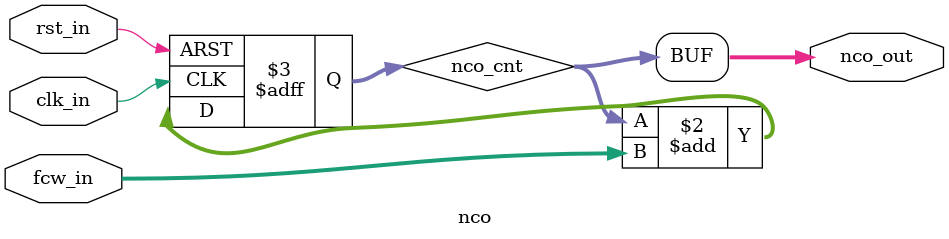
<source format=v>
module nco #(
    parameter NCO_BITS = 10,
    parameter NCO_FREQ_BITS = 9 // Number of bits for frequency control word
)(
    input wire rst_in,
    input wire clk_in,
    input wire [NCO_FREQ_BITS-1:0] fcw_in, // Frequency control word input
    output wire [NCO_BITS-1:0] nco_out
);
    reg [NCO_BITS-1:0] nco_cnt;

    always @ (posedge clk_in or posedge rst_in) begin
        if (rst_in) begin
            nco_cnt <= {NCO_BITS{1'b0}};
        end else begin
            nco_cnt <= nco_cnt + fcw_in; // Increment NCO output by frequency control word
        end
    end

    assign nco_out = nco_cnt;

endmodule
</source>
